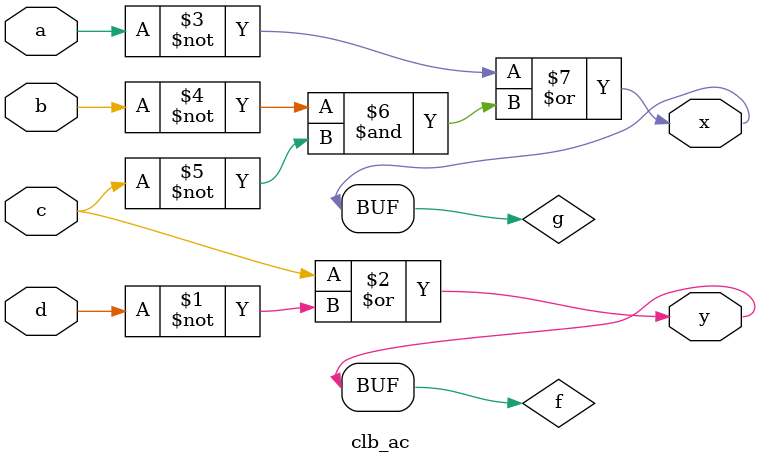
<source format=v>
module clb_ac(
	input a,
	input b,
	input c,
	input d,
	output x,
	output y
);
	
	wire f;
	wire g;
	
	assign f = c | ~d;
	assign g = ~a | ~b & ~c;
	
	assign x = g;
	assign y = f;
	

endmodule

</source>
